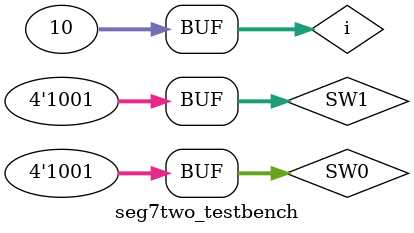
<source format=sv>
module seg7two (SW0, SW1, HEX0, HEX1);
	input logic [3:0] SW0, SW1;
	output logic [6:0] HEX0, HEX1;
	logic [6:0] mid0, mid1;
	
	seg7 segegment0(SW0, mid0);
	seg7 segment1(SW1, mid1);
	
	assign HEX0 = ~mid0;
	assign HEX1 = ~mid1;
endmodule

module seg7two_testbench();
	logic [3:0] SW0, SW1;
	logic [6:0] HEX0, HEX1;
	seg7two dut(SW0, SW1, HEX0, HEX1);
	integer i;
	initial begin
		SW0[3:0] = 0;
		SW1[3:0] = 0;
		for (i = 0; i < 4'b1010; i++) begin
			SW0[3:0] = i; #10;
		end
		for (i = 0; i < 4'b1010; i++) begin
			SW1[3:0] = i; #10;
		end
	end
endmodule

</source>
